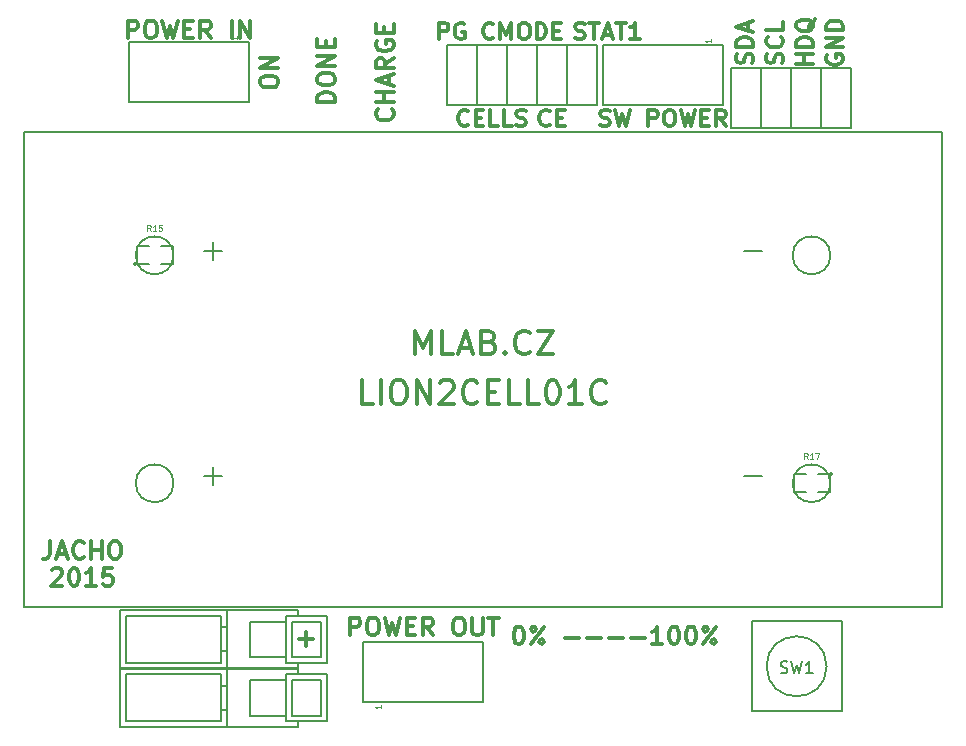
<source format=gbr>
G04 #@! TF.FileFunction,Legend,Top*
%FSLAX46Y46*%
G04 Gerber Fmt 4.6, Leading zero omitted, Abs format (unit mm)*
G04 Created by KiCad (PCBNEW (2015-05-13 BZR 5653)-product) date 2. 12. 2015 7:09:12*
%MOMM*%
G01*
G04 APERTURE LIST*
%ADD10C,0.300000*%
%ADD11C,0.200000*%
%ADD12C,0.150000*%
%ADD13C,0.127000*%
%ADD14C,0.050000*%
%ADD15C,0.109220*%
%ADD16C,0.203200*%
G04 APERTURE END LIST*
D10*
X4159572Y13759571D02*
X4231001Y13831000D01*
X4373858Y13902429D01*
X4731001Y13902429D01*
X4873858Y13831000D01*
X4945287Y13759571D01*
X5016715Y13616714D01*
X5016715Y13473857D01*
X4945287Y13259571D01*
X4088144Y12402429D01*
X5016715Y12402429D01*
X5945286Y13902429D02*
X6088143Y13902429D01*
X6231000Y13831000D01*
X6302429Y13759571D01*
X6373858Y13616714D01*
X6445286Y13331000D01*
X6445286Y12973857D01*
X6373858Y12688143D01*
X6302429Y12545286D01*
X6231000Y12473857D01*
X6088143Y12402429D01*
X5945286Y12402429D01*
X5802429Y12473857D01*
X5731000Y12545286D01*
X5659572Y12688143D01*
X5588143Y12973857D01*
X5588143Y13331000D01*
X5659572Y13616714D01*
X5731000Y13759571D01*
X5802429Y13831000D01*
X5945286Y13902429D01*
X7873857Y12402429D02*
X7016714Y12402429D01*
X7445286Y12402429D02*
X7445286Y13902429D01*
X7302429Y13688143D01*
X7159571Y13545286D01*
X7016714Y13473857D01*
X9231000Y13902429D02*
X8516714Y13902429D01*
X8445285Y13188143D01*
X8516714Y13259571D01*
X8659571Y13331000D01*
X9016714Y13331000D01*
X9159571Y13259571D01*
X9231000Y13188143D01*
X9302428Y13045286D01*
X9302428Y12688143D01*
X9231000Y12545286D01*
X9159571Y12473857D01*
X9016714Y12402429D01*
X8659571Y12402429D01*
X8516714Y12473857D01*
X8445285Y12545286D01*
X3981000Y16188429D02*
X3981000Y15117000D01*
X3909572Y14902714D01*
X3766715Y14759857D01*
X3552429Y14688429D01*
X3409572Y14688429D01*
X4623857Y15117000D02*
X5338143Y15117000D01*
X4481000Y14688429D02*
X4981000Y16188429D01*
X5481000Y14688429D01*
X6838143Y14831286D02*
X6766714Y14759857D01*
X6552428Y14688429D01*
X6409571Y14688429D01*
X6195286Y14759857D01*
X6052428Y14902714D01*
X5981000Y15045571D01*
X5909571Y15331286D01*
X5909571Y15545571D01*
X5981000Y15831286D01*
X6052428Y15974143D01*
X6195286Y16117000D01*
X6409571Y16188429D01*
X6552428Y16188429D01*
X6766714Y16117000D01*
X6838143Y16045571D01*
X7481000Y14688429D02*
X7481000Y16188429D01*
X7481000Y15474143D02*
X8338143Y15474143D01*
X8338143Y14688429D02*
X8338143Y16188429D01*
X9338143Y16188429D02*
X9623857Y16188429D01*
X9766715Y16117000D01*
X9909572Y15974143D01*
X9981000Y15688429D01*
X9981000Y15188429D01*
X9909572Y14902714D01*
X9766715Y14759857D01*
X9623857Y14688429D01*
X9338143Y14688429D01*
X9195286Y14759857D01*
X9052429Y14902714D01*
X8981000Y15188429D01*
X8981000Y15688429D01*
X9052429Y15974143D01*
X9195286Y16117000D01*
X9338143Y16188429D01*
X31306666Y27797238D02*
X30354285Y27797238D01*
X30354285Y29797238D01*
X31973333Y27797238D02*
X31973333Y29797238D01*
X33306667Y29797238D02*
X33687619Y29797238D01*
X33878095Y29702000D01*
X34068572Y29511524D01*
X34163810Y29130571D01*
X34163810Y28463905D01*
X34068572Y28082952D01*
X33878095Y27892476D01*
X33687619Y27797238D01*
X33306667Y27797238D01*
X33116191Y27892476D01*
X32925714Y28082952D01*
X32830476Y28463905D01*
X32830476Y29130571D01*
X32925714Y29511524D01*
X33116191Y29702000D01*
X33306667Y29797238D01*
X35020952Y27797238D02*
X35020952Y29797238D01*
X36163810Y27797238D01*
X36163810Y29797238D01*
X37020952Y29606762D02*
X37116190Y29702000D01*
X37306667Y29797238D01*
X37782857Y29797238D01*
X37973333Y29702000D01*
X38068571Y29606762D01*
X38163810Y29416286D01*
X38163810Y29225810D01*
X38068571Y28940095D01*
X36925714Y27797238D01*
X38163810Y27797238D01*
X40163810Y27987714D02*
X40068572Y27892476D01*
X39782857Y27797238D01*
X39592381Y27797238D01*
X39306667Y27892476D01*
X39116191Y28082952D01*
X39020952Y28273429D01*
X38925714Y28654381D01*
X38925714Y28940095D01*
X39020952Y29321048D01*
X39116191Y29511524D01*
X39306667Y29702000D01*
X39592381Y29797238D01*
X39782857Y29797238D01*
X40068572Y29702000D01*
X40163810Y29606762D01*
X41020952Y28844857D02*
X41687619Y28844857D01*
X41973333Y27797238D02*
X41020952Y27797238D01*
X41020952Y29797238D01*
X41973333Y29797238D01*
X43782857Y27797238D02*
X42830476Y27797238D01*
X42830476Y29797238D01*
X45401905Y27797238D02*
X44449524Y27797238D01*
X44449524Y29797238D01*
X46449525Y29797238D02*
X46640001Y29797238D01*
X46830477Y29702000D01*
X46925715Y29606762D01*
X47020953Y29416286D01*
X47116192Y29035333D01*
X47116192Y28559143D01*
X47020953Y28178190D01*
X46925715Y27987714D01*
X46830477Y27892476D01*
X46640001Y27797238D01*
X46449525Y27797238D01*
X46259049Y27892476D01*
X46163811Y27987714D01*
X46068572Y28178190D01*
X45973334Y28559143D01*
X45973334Y29035333D01*
X46068572Y29416286D01*
X46163811Y29606762D01*
X46259049Y29702000D01*
X46449525Y29797238D01*
X49020954Y27797238D02*
X47878096Y27797238D01*
X48449525Y27797238D02*
X48449525Y29797238D01*
X48259049Y29511524D01*
X48068573Y29321048D01*
X47878096Y29225810D01*
X51020954Y27987714D02*
X50925716Y27892476D01*
X50640001Y27797238D01*
X50449525Y27797238D01*
X50163811Y27892476D01*
X49973335Y28082952D01*
X49878096Y28273429D01*
X49782858Y28654381D01*
X49782858Y28940095D01*
X49878096Y29321048D01*
X49973335Y29511524D01*
X50163811Y29702000D01*
X50449525Y29797238D01*
X50640001Y29797238D01*
X50925716Y29702000D01*
X51020954Y29606762D01*
X34878095Y31988238D02*
X34878095Y33988238D01*
X35544762Y32559667D01*
X36211429Y33988238D01*
X36211429Y31988238D01*
X38116190Y31988238D02*
X37163809Y31988238D01*
X37163809Y33988238D01*
X38687619Y32559667D02*
X39640000Y32559667D01*
X38497143Y31988238D02*
X39163810Y33988238D01*
X39830477Y31988238D01*
X41163810Y33035857D02*
X41449524Y32940619D01*
X41544763Y32845381D01*
X41640001Y32654905D01*
X41640001Y32369190D01*
X41544763Y32178714D01*
X41449524Y32083476D01*
X41259048Y31988238D01*
X40497143Y31988238D01*
X40497143Y33988238D01*
X41163810Y33988238D01*
X41354286Y33893000D01*
X41449524Y33797762D01*
X41544763Y33607286D01*
X41544763Y33416810D01*
X41449524Y33226333D01*
X41354286Y33131095D01*
X41163810Y33035857D01*
X40497143Y33035857D01*
X42497143Y32178714D02*
X42592382Y32083476D01*
X42497143Y31988238D01*
X42401905Y32083476D01*
X42497143Y32178714D01*
X42497143Y31988238D01*
X44592382Y32178714D02*
X44497144Y32083476D01*
X44211429Y31988238D01*
X44020953Y31988238D01*
X43735239Y32083476D01*
X43544763Y32273952D01*
X43449524Y32464429D01*
X43354286Y32845381D01*
X43354286Y33131095D01*
X43449524Y33512048D01*
X43544763Y33702524D01*
X43735239Y33893000D01*
X44020953Y33988238D01*
X44211429Y33988238D01*
X44497144Y33893000D01*
X44592382Y33797762D01*
X45259048Y33988238D02*
X46592382Y33988238D01*
X45259048Y31988238D01*
X46592382Y31988238D01*
X48447667Y58742333D02*
X48647667Y58675667D01*
X48981000Y58675667D01*
X49114333Y58742333D01*
X49181000Y58809000D01*
X49247667Y58942333D01*
X49247667Y59075667D01*
X49181000Y59209000D01*
X49114333Y59275667D01*
X48981000Y59342333D01*
X48714333Y59409000D01*
X48581000Y59475667D01*
X48514333Y59542333D01*
X48447667Y59675667D01*
X48447667Y59809000D01*
X48514333Y59942333D01*
X48581000Y60009000D01*
X48714333Y60075667D01*
X49047667Y60075667D01*
X49247667Y60009000D01*
X49647666Y60075667D02*
X50447666Y60075667D01*
X50047666Y58675667D02*
X50047666Y60075667D01*
X50847667Y59075667D02*
X51514333Y59075667D01*
X50714333Y58675667D02*
X51181000Y60075667D01*
X51647667Y58675667D01*
X51914333Y60075667D02*
X52714333Y60075667D01*
X52314333Y58675667D02*
X52314333Y60075667D01*
X53914334Y58675667D02*
X53114334Y58675667D01*
X53514334Y58675667D02*
X53514334Y60075667D01*
X53381000Y59875667D01*
X53247667Y59742333D01*
X53114334Y59675667D01*
X46282000Y51443000D02*
X46215334Y51376333D01*
X46015334Y51309667D01*
X45882000Y51309667D01*
X45682000Y51376333D01*
X45548667Y51509667D01*
X45482000Y51643000D01*
X45415334Y51909667D01*
X45415334Y52109667D01*
X45482000Y52376333D01*
X45548667Y52509667D01*
X45682000Y52643000D01*
X45882000Y52709667D01*
X46015334Y52709667D01*
X46215334Y52643000D01*
X46282000Y52576333D01*
X46882000Y52043000D02*
X47348667Y52043000D01*
X47548667Y51309667D02*
X46882000Y51309667D01*
X46882000Y52709667D01*
X47548667Y52709667D01*
X41508666Y58809000D02*
X41442000Y58742333D01*
X41242000Y58675667D01*
X41108666Y58675667D01*
X40908666Y58742333D01*
X40775333Y58875667D01*
X40708666Y59009000D01*
X40642000Y59275667D01*
X40642000Y59475667D01*
X40708666Y59742333D01*
X40775333Y59875667D01*
X40908666Y60009000D01*
X41108666Y60075667D01*
X41242000Y60075667D01*
X41442000Y60009000D01*
X41508666Y59942333D01*
X42108666Y58675667D02*
X42108666Y60075667D01*
X42575333Y59075667D01*
X43042000Y60075667D01*
X43042000Y58675667D01*
X43975333Y60075667D02*
X44242000Y60075667D01*
X44375333Y60009000D01*
X44508666Y59875667D01*
X44575333Y59609000D01*
X44575333Y59142333D01*
X44508666Y58875667D01*
X44375333Y58742333D01*
X44242000Y58675667D01*
X43975333Y58675667D01*
X43842000Y58742333D01*
X43708666Y58875667D01*
X43642000Y59142333D01*
X43642000Y59609000D01*
X43708666Y59875667D01*
X43842000Y60009000D01*
X43975333Y60075667D01*
X45175333Y58675667D02*
X45175333Y60075667D01*
X45508667Y60075667D01*
X45708667Y60009000D01*
X45842000Y59875667D01*
X45908667Y59742333D01*
X45975333Y59475667D01*
X45975333Y59275667D01*
X45908667Y59009000D01*
X45842000Y58875667D01*
X45708667Y58742333D01*
X45508667Y58675667D01*
X45175333Y58675667D01*
X46575333Y59409000D02*
X47042000Y59409000D01*
X47242000Y58675667D02*
X46575333Y58675667D01*
X46575333Y60075667D01*
X47242000Y60075667D01*
X39402000Y51443000D02*
X39335334Y51376333D01*
X39135334Y51309667D01*
X39002000Y51309667D01*
X38802000Y51376333D01*
X38668667Y51509667D01*
X38602000Y51643000D01*
X38535334Y51909667D01*
X38535334Y52109667D01*
X38602000Y52376333D01*
X38668667Y52509667D01*
X38802000Y52643000D01*
X39002000Y52709667D01*
X39135334Y52709667D01*
X39335334Y52643000D01*
X39402000Y52576333D01*
X40002000Y52043000D02*
X40468667Y52043000D01*
X40668667Y51309667D02*
X40002000Y51309667D01*
X40002000Y52709667D01*
X40668667Y52709667D01*
X41935334Y51309667D02*
X41268667Y51309667D01*
X41268667Y52709667D01*
X43068667Y51309667D02*
X42402000Y51309667D01*
X42402000Y52709667D01*
X43468667Y51376333D02*
X43668667Y51309667D01*
X44002000Y51309667D01*
X44135333Y51376333D01*
X44202000Y51443000D01*
X44268667Y51576333D01*
X44268667Y51709667D01*
X44202000Y51843000D01*
X44135333Y51909667D01*
X44002000Y51976333D01*
X43735333Y52043000D01*
X43602000Y52109667D01*
X43535333Y52176333D01*
X43468667Y52309667D01*
X43468667Y52443000D01*
X43535333Y52576333D01*
X43602000Y52643000D01*
X43735333Y52709667D01*
X44068667Y52709667D01*
X44268667Y52643000D01*
X36906333Y58675667D02*
X36906333Y60075667D01*
X37439667Y60075667D01*
X37573000Y60009000D01*
X37639667Y59942333D01*
X37706333Y59809000D01*
X37706333Y59609000D01*
X37639667Y59475667D01*
X37573000Y59409000D01*
X37439667Y59342333D01*
X36906333Y59342333D01*
X39039667Y60009000D02*
X38906333Y60075667D01*
X38706333Y60075667D01*
X38506333Y60009000D01*
X38373000Y59875667D01*
X38306333Y59742333D01*
X38239667Y59475667D01*
X38239667Y59275667D01*
X38306333Y59009000D01*
X38373000Y58875667D01*
X38506333Y58742333D01*
X38706333Y58675667D01*
X38839667Y58675667D01*
X39039667Y58742333D01*
X39106333Y58809000D01*
X39106333Y59275667D01*
X38839667Y59275667D01*
X50580000Y51376333D02*
X50780000Y51309667D01*
X51113333Y51309667D01*
X51246666Y51376333D01*
X51313333Y51443000D01*
X51380000Y51576333D01*
X51380000Y51709667D01*
X51313333Y51843000D01*
X51246666Y51909667D01*
X51113333Y51976333D01*
X50846666Y52043000D01*
X50713333Y52109667D01*
X50646666Y52176333D01*
X50580000Y52309667D01*
X50580000Y52443000D01*
X50646666Y52576333D01*
X50713333Y52643000D01*
X50846666Y52709667D01*
X51180000Y52709667D01*
X51380000Y52643000D01*
X51846666Y52709667D02*
X52179999Y51309667D01*
X52446666Y52309667D01*
X52713333Y51309667D01*
X53046666Y52709667D01*
X54646666Y51309667D02*
X54646666Y52709667D01*
X55180000Y52709667D01*
X55313333Y52643000D01*
X55380000Y52576333D01*
X55446666Y52443000D01*
X55446666Y52243000D01*
X55380000Y52109667D01*
X55313333Y52043000D01*
X55180000Y51976333D01*
X54646666Y51976333D01*
X56313333Y52709667D02*
X56580000Y52709667D01*
X56713333Y52643000D01*
X56846666Y52509667D01*
X56913333Y52243000D01*
X56913333Y51776333D01*
X56846666Y51509667D01*
X56713333Y51376333D01*
X56580000Y51309667D01*
X56313333Y51309667D01*
X56180000Y51376333D01*
X56046666Y51509667D01*
X55980000Y51776333D01*
X55980000Y52243000D01*
X56046666Y52509667D01*
X56180000Y52643000D01*
X56313333Y52709667D01*
X57380000Y52709667D02*
X57713333Y51309667D01*
X57980000Y52309667D01*
X58246667Y51309667D01*
X58580000Y52709667D01*
X59113333Y52043000D02*
X59580000Y52043000D01*
X59780000Y51309667D02*
X59113333Y51309667D01*
X59113333Y52709667D01*
X59780000Y52709667D01*
X61180000Y51309667D02*
X60713334Y51976333D01*
X60380000Y51309667D02*
X60380000Y52709667D01*
X60913334Y52709667D01*
X61046667Y52643000D01*
X61113334Y52576333D01*
X61180000Y52443000D01*
X61180000Y52243000D01*
X61113334Y52109667D01*
X61046667Y52043000D01*
X60913334Y51976333D01*
X60380000Y51976333D01*
X63431667Y56654667D02*
X63498333Y56854667D01*
X63498333Y57188000D01*
X63431667Y57321333D01*
X63365000Y57388000D01*
X63231667Y57454667D01*
X63098333Y57454667D01*
X62965000Y57388000D01*
X62898333Y57321333D01*
X62831667Y57188000D01*
X62765000Y56921333D01*
X62698333Y56788000D01*
X62631667Y56721333D01*
X62498333Y56654667D01*
X62365000Y56654667D01*
X62231667Y56721333D01*
X62165000Y56788000D01*
X62098333Y56921333D01*
X62098333Y57254667D01*
X62165000Y57454667D01*
X63498333Y58054666D02*
X62098333Y58054666D01*
X62098333Y58388000D01*
X62165000Y58588000D01*
X62298333Y58721333D01*
X62431667Y58788000D01*
X62698333Y58854666D01*
X62898333Y58854666D01*
X63165000Y58788000D01*
X63298333Y58721333D01*
X63431667Y58588000D01*
X63498333Y58388000D01*
X63498333Y58054666D01*
X63098333Y59388000D02*
X63098333Y60054666D01*
X63498333Y59254666D02*
X62098333Y59721333D01*
X63498333Y60188000D01*
X69785000Y57327667D02*
X69718333Y57194333D01*
X69718333Y56994333D01*
X69785000Y56794333D01*
X69918333Y56661000D01*
X70051667Y56594333D01*
X70318333Y56527667D01*
X70518333Y56527667D01*
X70785000Y56594333D01*
X70918333Y56661000D01*
X71051667Y56794333D01*
X71118333Y56994333D01*
X71118333Y57127667D01*
X71051667Y57327667D01*
X70985000Y57394333D01*
X70518333Y57394333D01*
X70518333Y57127667D01*
X71118333Y57994333D02*
X69718333Y57994333D01*
X71118333Y58794333D01*
X69718333Y58794333D01*
X71118333Y59461000D02*
X69718333Y59461000D01*
X69718333Y59794334D01*
X69785000Y59994334D01*
X69918333Y60127667D01*
X70051667Y60194334D01*
X70318333Y60261000D01*
X70518333Y60261000D01*
X70785000Y60194334D01*
X70918333Y60127667D01*
X71051667Y59994334D01*
X71118333Y59794334D01*
X71118333Y59461000D01*
X68578333Y56594333D02*
X67178333Y56594333D01*
X67845000Y56594333D02*
X67845000Y57394333D01*
X68578333Y57394333D02*
X67178333Y57394333D01*
X68578333Y58061000D02*
X67178333Y58061000D01*
X67178333Y58394334D01*
X67245000Y58594334D01*
X67378333Y58727667D01*
X67511667Y58794334D01*
X67778333Y58861000D01*
X67978333Y58861000D01*
X68245000Y58794334D01*
X68378333Y58727667D01*
X68511667Y58594334D01*
X68578333Y58394334D01*
X68578333Y58061000D01*
X68711667Y60394334D02*
X68645000Y60261000D01*
X68511667Y60127667D01*
X68311667Y59927667D01*
X68245000Y59794334D01*
X68245000Y59661000D01*
X68578333Y59727667D02*
X68511667Y59594334D01*
X68378333Y59461000D01*
X68111667Y59394334D01*
X67645000Y59394334D01*
X67378333Y59461000D01*
X67245000Y59594334D01*
X67178333Y59727667D01*
X67178333Y59994334D01*
X67245000Y60127667D01*
X67378333Y60261000D01*
X67645000Y60327667D01*
X68111667Y60327667D01*
X68378333Y60261000D01*
X68511667Y60127667D01*
X68578333Y59994334D01*
X68578333Y59727667D01*
X65971667Y56654667D02*
X66038333Y56854667D01*
X66038333Y57188000D01*
X65971667Y57321333D01*
X65905000Y57388000D01*
X65771667Y57454667D01*
X65638333Y57454667D01*
X65505000Y57388000D01*
X65438333Y57321333D01*
X65371667Y57188000D01*
X65305000Y56921333D01*
X65238333Y56788000D01*
X65171667Y56721333D01*
X65038333Y56654667D01*
X64905000Y56654667D01*
X64771667Y56721333D01*
X64705000Y56788000D01*
X64638333Y56921333D01*
X64638333Y57254667D01*
X64705000Y57454667D01*
X65905000Y58854666D02*
X65971667Y58788000D01*
X66038333Y58588000D01*
X66038333Y58454666D01*
X65971667Y58254666D01*
X65838333Y58121333D01*
X65705000Y58054666D01*
X65438333Y57988000D01*
X65238333Y57988000D01*
X64971667Y58054666D01*
X64838333Y58121333D01*
X64705000Y58254666D01*
X64638333Y58454666D01*
X64638333Y58588000D01*
X64705000Y58788000D01*
X64771667Y58854666D01*
X66038333Y60121333D02*
X66038333Y59454666D01*
X64638333Y59454666D01*
X10569428Y58757429D02*
X10569428Y60257429D01*
X11140856Y60257429D01*
X11283714Y60186000D01*
X11355142Y60114571D01*
X11426571Y59971714D01*
X11426571Y59757429D01*
X11355142Y59614571D01*
X11283714Y59543143D01*
X11140856Y59471714D01*
X10569428Y59471714D01*
X12355142Y60257429D02*
X12640856Y60257429D01*
X12783714Y60186000D01*
X12926571Y60043143D01*
X12997999Y59757429D01*
X12997999Y59257429D01*
X12926571Y58971714D01*
X12783714Y58828857D01*
X12640856Y58757429D01*
X12355142Y58757429D01*
X12212285Y58828857D01*
X12069428Y58971714D01*
X11997999Y59257429D01*
X11997999Y59757429D01*
X12069428Y60043143D01*
X12212285Y60186000D01*
X12355142Y60257429D01*
X13498000Y60257429D02*
X13855143Y58757429D01*
X14140857Y59828857D01*
X14426571Y58757429D01*
X14783714Y60257429D01*
X15355143Y59543143D02*
X15855143Y59543143D01*
X16069429Y58757429D02*
X15355143Y58757429D01*
X15355143Y60257429D01*
X16069429Y60257429D01*
X17569429Y58757429D02*
X17069429Y59471714D01*
X16712286Y58757429D02*
X16712286Y60257429D01*
X17283714Y60257429D01*
X17426572Y60186000D01*
X17498000Y60114571D01*
X17569429Y59971714D01*
X17569429Y59757429D01*
X17498000Y59614571D01*
X17426572Y59543143D01*
X17283714Y59471714D01*
X16712286Y59471714D01*
X19355143Y58757429D02*
X19355143Y60257429D01*
X20069429Y58757429D02*
X20069429Y60257429D01*
X20926572Y58757429D01*
X20926572Y60257429D01*
X29381428Y8211429D02*
X29381428Y9711429D01*
X29952856Y9711429D01*
X30095714Y9640000D01*
X30167142Y9568571D01*
X30238571Y9425714D01*
X30238571Y9211429D01*
X30167142Y9068571D01*
X30095714Y8997143D01*
X29952856Y8925714D01*
X29381428Y8925714D01*
X31167142Y9711429D02*
X31452856Y9711429D01*
X31595714Y9640000D01*
X31738571Y9497143D01*
X31809999Y9211429D01*
X31809999Y8711429D01*
X31738571Y8425714D01*
X31595714Y8282857D01*
X31452856Y8211429D01*
X31167142Y8211429D01*
X31024285Y8282857D01*
X30881428Y8425714D01*
X30809999Y8711429D01*
X30809999Y9211429D01*
X30881428Y9497143D01*
X31024285Y9640000D01*
X31167142Y9711429D01*
X32310000Y9711429D02*
X32667143Y8211429D01*
X32952857Y9282857D01*
X33238571Y8211429D01*
X33595714Y9711429D01*
X34167143Y8997143D02*
X34667143Y8997143D01*
X34881429Y8211429D02*
X34167143Y8211429D01*
X34167143Y9711429D01*
X34881429Y9711429D01*
X36381429Y8211429D02*
X35881429Y8925714D01*
X35524286Y8211429D02*
X35524286Y9711429D01*
X36095714Y9711429D01*
X36238572Y9640000D01*
X36310000Y9568571D01*
X36381429Y9425714D01*
X36381429Y9211429D01*
X36310000Y9068571D01*
X36238572Y8997143D01*
X36095714Y8925714D01*
X35524286Y8925714D01*
X38452857Y9711429D02*
X38738571Y9711429D01*
X38881429Y9640000D01*
X39024286Y9497143D01*
X39095714Y9211429D01*
X39095714Y8711429D01*
X39024286Y8425714D01*
X38881429Y8282857D01*
X38738571Y8211429D01*
X38452857Y8211429D01*
X38310000Y8282857D01*
X38167143Y8425714D01*
X38095714Y8711429D01*
X38095714Y9211429D01*
X38167143Y9497143D01*
X38310000Y9640000D01*
X38452857Y9711429D01*
X39738572Y9711429D02*
X39738572Y8497143D01*
X39810000Y8354286D01*
X39881429Y8282857D01*
X40024286Y8211429D01*
X40310000Y8211429D01*
X40452858Y8282857D01*
X40524286Y8354286D01*
X40595715Y8497143D01*
X40595715Y9711429D01*
X41095715Y9711429D02*
X41952858Y9711429D01*
X41524287Y8211429D02*
X41524287Y9711429D01*
X25082572Y7893857D02*
X26225429Y7893857D01*
X25654000Y7322429D02*
X25654000Y8465286D01*
X43601715Y8949429D02*
X43744572Y8949429D01*
X43887429Y8878000D01*
X43958858Y8806571D01*
X44030287Y8663714D01*
X44101715Y8378000D01*
X44101715Y8020857D01*
X44030287Y7735143D01*
X43958858Y7592286D01*
X43887429Y7520857D01*
X43744572Y7449429D01*
X43601715Y7449429D01*
X43458858Y7520857D01*
X43387429Y7592286D01*
X43316001Y7735143D01*
X43244572Y8020857D01*
X43244572Y8378000D01*
X43316001Y8663714D01*
X43387429Y8806571D01*
X43458858Y8878000D01*
X43601715Y8949429D01*
X44673143Y7449429D02*
X45816000Y8949429D01*
X44887429Y8949429D02*
X45030286Y8878000D01*
X45101715Y8735143D01*
X45030286Y8592286D01*
X44887429Y8520857D01*
X44744572Y8592286D01*
X44673143Y8735143D01*
X44744572Y8878000D01*
X44887429Y8949429D01*
X45744572Y7520857D02*
X45816000Y7663714D01*
X45744572Y7806571D01*
X45601715Y7878000D01*
X45458858Y7806571D01*
X45387429Y7663714D01*
X45458858Y7520857D01*
X45601715Y7449429D01*
X45744572Y7520857D01*
X47601715Y8020857D02*
X48744572Y8020857D01*
X49458858Y8020857D02*
X50601715Y8020857D01*
X51316001Y8020857D02*
X52458858Y8020857D01*
X53173144Y8020857D02*
X54316001Y8020857D01*
X55816001Y7449429D02*
X54958858Y7449429D01*
X55387430Y7449429D02*
X55387430Y8949429D01*
X55244573Y8735143D01*
X55101715Y8592286D01*
X54958858Y8520857D01*
X56744572Y8949429D02*
X56887429Y8949429D01*
X57030286Y8878000D01*
X57101715Y8806571D01*
X57173144Y8663714D01*
X57244572Y8378000D01*
X57244572Y8020857D01*
X57173144Y7735143D01*
X57101715Y7592286D01*
X57030286Y7520857D01*
X56887429Y7449429D01*
X56744572Y7449429D01*
X56601715Y7520857D01*
X56530286Y7592286D01*
X56458858Y7735143D01*
X56387429Y8020857D01*
X56387429Y8378000D01*
X56458858Y8663714D01*
X56530286Y8806571D01*
X56601715Y8878000D01*
X56744572Y8949429D01*
X58173143Y8949429D02*
X58316000Y8949429D01*
X58458857Y8878000D01*
X58530286Y8806571D01*
X58601715Y8663714D01*
X58673143Y8378000D01*
X58673143Y8020857D01*
X58601715Y7735143D01*
X58530286Y7592286D01*
X58458857Y7520857D01*
X58316000Y7449429D01*
X58173143Y7449429D01*
X58030286Y7520857D01*
X57958857Y7592286D01*
X57887429Y7735143D01*
X57816000Y8020857D01*
X57816000Y8378000D01*
X57887429Y8663714D01*
X57958857Y8806571D01*
X58030286Y8878000D01*
X58173143Y8949429D01*
X59244571Y7449429D02*
X60387428Y8949429D01*
X59458857Y8949429D02*
X59601714Y8878000D01*
X59673143Y8735143D01*
X59601714Y8592286D01*
X59458857Y8520857D01*
X59316000Y8592286D01*
X59244571Y8735143D01*
X59316000Y8878000D01*
X59458857Y8949429D01*
X60316000Y7520857D02*
X60387428Y7663714D01*
X60316000Y7806571D01*
X60173143Y7878000D01*
X60030286Y7806571D01*
X59958857Y7663714D01*
X60030286Y7520857D01*
X60173143Y7449429D01*
X60316000Y7520857D01*
X32920714Y52737143D02*
X32992143Y52665714D01*
X33063571Y52451428D01*
X33063571Y52308571D01*
X32992143Y52094286D01*
X32849286Y51951428D01*
X32706429Y51880000D01*
X32420714Y51808571D01*
X32206429Y51808571D01*
X31920714Y51880000D01*
X31777857Y51951428D01*
X31635000Y52094286D01*
X31563571Y52308571D01*
X31563571Y52451428D01*
X31635000Y52665714D01*
X31706429Y52737143D01*
X33063571Y53380000D02*
X31563571Y53380000D01*
X32277857Y53380000D02*
X32277857Y54237143D01*
X33063571Y54237143D02*
X31563571Y54237143D01*
X32635000Y54880000D02*
X32635000Y55594286D01*
X33063571Y54737143D02*
X31563571Y55237143D01*
X33063571Y55737143D01*
X33063571Y57094286D02*
X32349286Y56594286D01*
X33063571Y56237143D02*
X31563571Y56237143D01*
X31563571Y56808571D01*
X31635000Y56951429D01*
X31706429Y57022857D01*
X31849286Y57094286D01*
X32063571Y57094286D01*
X32206429Y57022857D01*
X32277857Y56951429D01*
X32349286Y56808571D01*
X32349286Y56237143D01*
X31635000Y58522857D02*
X31563571Y58380000D01*
X31563571Y58165714D01*
X31635000Y57951429D01*
X31777857Y57808571D01*
X31920714Y57737143D01*
X32206429Y57665714D01*
X32420714Y57665714D01*
X32706429Y57737143D01*
X32849286Y57808571D01*
X32992143Y57951429D01*
X33063571Y58165714D01*
X33063571Y58308571D01*
X32992143Y58522857D01*
X32920714Y58594286D01*
X32420714Y58594286D01*
X32420714Y58308571D01*
X32277857Y59237143D02*
X32277857Y59737143D01*
X33063571Y59951429D02*
X33063571Y59237143D01*
X31563571Y59237143D01*
X31563571Y59951429D01*
X28110571Y53364143D02*
X26610571Y53364143D01*
X26610571Y53721286D01*
X26682000Y53935571D01*
X26824857Y54078429D01*
X26967714Y54149857D01*
X27253429Y54221286D01*
X27467714Y54221286D01*
X27753429Y54149857D01*
X27896286Y54078429D01*
X28039143Y53935571D01*
X28110571Y53721286D01*
X28110571Y53364143D01*
X26610571Y55149857D02*
X26610571Y55435571D01*
X26682000Y55578429D01*
X26824857Y55721286D01*
X27110571Y55792714D01*
X27610571Y55792714D01*
X27896286Y55721286D01*
X28039143Y55578429D01*
X28110571Y55435571D01*
X28110571Y55149857D01*
X28039143Y55007000D01*
X27896286Y54864143D01*
X27610571Y54792714D01*
X27110571Y54792714D01*
X26824857Y54864143D01*
X26682000Y55007000D01*
X26610571Y55149857D01*
X28110571Y56435572D02*
X26610571Y56435572D01*
X28110571Y57292715D01*
X26610571Y57292715D01*
X27324857Y58007001D02*
X27324857Y58507001D01*
X28110571Y58721287D02*
X28110571Y58007001D01*
X26610571Y58007001D01*
X26610571Y58721287D01*
X21784571Y54951428D02*
X21784571Y55237142D01*
X21856000Y55380000D01*
X21998857Y55522857D01*
X22284571Y55594285D01*
X22784571Y55594285D01*
X23070286Y55522857D01*
X23213143Y55380000D01*
X23284571Y55237142D01*
X23284571Y54951428D01*
X23213143Y54808571D01*
X23070286Y54665714D01*
X22784571Y54594285D01*
X22284571Y54594285D01*
X21998857Y54665714D01*
X21856000Y54808571D01*
X21784571Y54951428D01*
X23284571Y56237143D02*
X21784571Y56237143D01*
X23284571Y57094286D01*
X21784571Y57094286D01*
D11*
X1790000Y50839000D02*
X1790000Y10629000D01*
X1790000Y10629000D02*
X79490000Y10629000D01*
X79490000Y10629000D02*
X79490000Y50839000D01*
X79490000Y50839000D02*
X1790000Y50839000D01*
D12*
X70050000Y40384000D02*
G75*
G03X70050000Y40384000I-1600000J0D01*
G01*
X70050000Y21084000D02*
G75*
G03X70050000Y21084000I-1600000J0D01*
G01*
X14430000Y21084000D02*
G75*
G03X14430000Y21084000I-1600000J0D01*
G01*
X14430000Y40384000D02*
G75*
G03X14430000Y40384000I-1600000J0D01*
G01*
X20828000Y58420000D02*
X20828000Y53340000D01*
X20828000Y53340000D02*
X10668000Y53340000D01*
X10668000Y53340000D02*
X10668000Y58420000D01*
X10668000Y58420000D02*
X20828000Y58420000D01*
X47752000Y58166000D02*
X50292000Y58166000D01*
X50292000Y58166000D02*
X50292000Y53086000D01*
X50292000Y53086000D02*
X47752000Y53086000D01*
X47752000Y53086000D02*
X47752000Y58166000D01*
X40132000Y53086000D02*
X37592000Y53086000D01*
X37592000Y53086000D02*
X37592000Y58166000D01*
X37592000Y58166000D02*
X40132000Y58166000D01*
X40132000Y58166000D02*
X40132000Y53086000D01*
X42672000Y58166000D02*
X45212000Y58166000D01*
X45212000Y58166000D02*
X45212000Y53086000D01*
X45212000Y53086000D02*
X42672000Y53086000D01*
X42672000Y53086000D02*
X42672000Y58166000D01*
X45212000Y58166000D02*
X47752000Y58166000D01*
X47752000Y58166000D02*
X47752000Y53086000D01*
X47752000Y53086000D02*
X45212000Y53086000D01*
X45212000Y53086000D02*
X45212000Y58166000D01*
X40132000Y58166000D02*
X42672000Y58166000D01*
X42672000Y58166000D02*
X42672000Y53086000D01*
X42672000Y53086000D02*
X40132000Y53086000D01*
X40132000Y53086000D02*
X40132000Y58166000D01*
X30480000Y2540000D02*
X30480000Y7620000D01*
X30480000Y7620000D02*
X40640000Y7620000D01*
X40640000Y7620000D02*
X40640000Y2540000D01*
X40640000Y2540000D02*
X30480000Y2540000D01*
X24939000Y5374000D02*
X24939000Y5874000D01*
X24939000Y9874000D02*
X24939000Y10374000D01*
X18939000Y5373900D02*
X18939000Y10374100D01*
X9939000Y5373900D02*
X9939000Y10374100D01*
X26939000Y6373000D02*
X26939000Y9375000D01*
X24439100Y6373000D02*
X24439100Y9375000D01*
X27439100Y9874000D02*
X27439100Y5874000D01*
X23939000Y9874000D02*
X23939000Y5874000D01*
X20939000Y6373900D02*
X20939000Y9374100D01*
X18438900Y9874000D02*
X18438900Y5874000D01*
X10438900Y5874000D02*
X10438900Y9874000D01*
X18438900Y6874000D02*
X18939000Y6874000D01*
X24439100Y6374000D02*
X26939000Y6374000D01*
X23939000Y5874000D02*
X27439100Y5874000D01*
X18438900Y8874000D02*
X18939000Y8874000D01*
X24439100Y9374000D02*
X26939000Y9374000D01*
X23939000Y9874000D02*
X27440000Y9874000D01*
X20939000Y6374000D02*
X23939000Y6374000D01*
X10438900Y5874000D02*
X18438900Y5874000D01*
X18939000Y5374000D02*
X24939000Y5374000D01*
X20939000Y9374000D02*
X23939000Y9374000D01*
X10438900Y9874000D02*
X18438900Y9874000D01*
X18939000Y10374000D02*
X24939000Y10374000D01*
X18939000Y5374000D02*
X9939000Y5374000D01*
X9939000Y10374000D02*
X18939000Y10374000D01*
X24939000Y421000D02*
X24939000Y921000D01*
X24939000Y4921000D02*
X24939000Y5421000D01*
X18939000Y420900D02*
X18939000Y5421100D01*
X9939000Y420900D02*
X9939000Y5421100D01*
X26939000Y1420000D02*
X26939000Y4422000D01*
X24439100Y1420000D02*
X24439100Y4422000D01*
X27439100Y4921000D02*
X27439100Y921000D01*
X23939000Y4921000D02*
X23939000Y921000D01*
X20939000Y1420900D02*
X20939000Y4421100D01*
X18438900Y4921000D02*
X18438900Y921000D01*
X10438900Y921000D02*
X10438900Y4921000D01*
X18438900Y1921000D02*
X18939000Y1921000D01*
X24439100Y1421000D02*
X26939000Y1421000D01*
X23939000Y921000D02*
X27439100Y921000D01*
X18438900Y3921000D02*
X18939000Y3921000D01*
X24439100Y4421000D02*
X26939000Y4421000D01*
X23939000Y4921000D02*
X27440000Y4921000D01*
X20939000Y1421000D02*
X23939000Y1421000D01*
X10438900Y921000D02*
X18438900Y921000D01*
X18939000Y421000D02*
X24939000Y421000D01*
X20939000Y4421000D02*
X23939000Y4421000D01*
X10438900Y4921000D02*
X18438900Y4921000D01*
X18939000Y5421000D02*
X24939000Y5421000D01*
X18939000Y421000D02*
X9939000Y421000D01*
X9939000Y5421000D02*
X18939000Y5421000D01*
X61595000Y56261000D02*
X64135000Y56261000D01*
X64135000Y56261000D02*
X64135000Y51181000D01*
X64135000Y51181000D02*
X61595000Y51181000D01*
X61595000Y51181000D02*
X61595000Y56261000D01*
X64135000Y56261000D02*
X66675000Y56261000D01*
X66675000Y56261000D02*
X66675000Y51181000D01*
X66675000Y51181000D02*
X64135000Y51181000D01*
X64135000Y51181000D02*
X64135000Y56261000D01*
X66675000Y56261000D02*
X69215000Y56261000D01*
X69215000Y56261000D02*
X69215000Y51181000D01*
X69215000Y51181000D02*
X66675000Y51181000D01*
X66675000Y51181000D02*
X66675000Y56261000D01*
X60960000Y58166000D02*
X60960000Y53086000D01*
X60960000Y53086000D02*
X50800000Y53086000D01*
X50800000Y53086000D02*
X50800000Y58166000D01*
X50800000Y58166000D02*
X60960000Y58166000D01*
X11303000Y39624000D02*
G75*
G03X11303000Y39624000I-127000J0D01*
G01*
X12319000Y39624000D02*
X11303000Y39624000D01*
X11303000Y39624000D02*
X11303000Y41148000D01*
X11303000Y41148000D02*
X12319000Y41148000D01*
X13335000Y41148000D02*
X14351000Y41148000D01*
X14351000Y41148000D02*
X14351000Y39624000D01*
X14351000Y39624000D02*
X13335000Y39624000D01*
X70231000Y21844000D02*
G75*
G03X70231000Y21844000I-127000J0D01*
G01*
X68961000Y21844000D02*
X69977000Y21844000D01*
X69977000Y21844000D02*
X69977000Y20320000D01*
X69977000Y20320000D02*
X68961000Y20320000D01*
X67945000Y20320000D02*
X66929000Y20320000D01*
X66929000Y20320000D02*
X66929000Y21844000D01*
X66929000Y21844000D02*
X67945000Y21844000D01*
D13*
X69723000Y5588000D02*
G75*
G03X69723000Y5588000I-2540000J0D01*
G01*
X63373000Y9398000D02*
X70993000Y9398000D01*
X70993000Y9398000D02*
X70993000Y1778000D01*
X70993000Y1778000D02*
X63373000Y1778000D01*
X63373000Y9398000D02*
X63373000Y1778000D01*
D12*
X69215000Y56261000D02*
X71755000Y56261000D01*
X71755000Y56261000D02*
X71755000Y51181000D01*
X71755000Y51181000D02*
X69215000Y51181000D01*
X69215000Y51181000D02*
X69215000Y56261000D01*
D11*
X62738095Y21701143D02*
X64261905Y21701143D01*
X62738095Y40751143D02*
X64261905Y40751143D01*
X17018095Y21701143D02*
X18541905Y21701143D01*
X17780000Y20939238D02*
X17780000Y22463048D01*
X17018095Y40751143D02*
X18541905Y40751143D01*
X17780000Y39989238D02*
X17780000Y41513048D01*
D14*
X19784190Y58943857D02*
X19784190Y58658143D01*
X19784190Y58801000D02*
X19284190Y58801000D01*
X19355619Y58753381D01*
X19403238Y58705762D01*
X19427048Y58658143D01*
X31976190Y2301857D02*
X31976190Y2016143D01*
X31976190Y2159000D02*
X31476190Y2159000D01*
X31547619Y2111381D01*
X31595238Y2063762D01*
X31619048Y2016143D01*
X59916190Y58689857D02*
X59916190Y58404143D01*
X59916190Y58547000D02*
X59416190Y58547000D01*
X59487619Y58499381D01*
X59535238Y58451762D01*
X59559048Y58404143D01*
D15*
X12505328Y42445638D02*
X12338534Y42683914D01*
X12219396Y42445638D02*
X12219396Y42946018D01*
X12410017Y42946018D01*
X12457672Y42922190D01*
X12481500Y42898362D01*
X12505328Y42850707D01*
X12505328Y42779224D01*
X12481500Y42731569D01*
X12457672Y42707741D01*
X12410017Y42683914D01*
X12219396Y42683914D01*
X12981880Y42445638D02*
X12695948Y42445638D01*
X12838914Y42445638D02*
X12838914Y42946018D01*
X12791259Y42874535D01*
X12743604Y42826880D01*
X12695948Y42803052D01*
X13434604Y42946018D02*
X13196328Y42946018D01*
X13172500Y42707741D01*
X13196328Y42731569D01*
X13243983Y42755397D01*
X13363121Y42755397D01*
X13410777Y42731569D01*
X13434604Y42707741D01*
X13458432Y42660086D01*
X13458432Y42540948D01*
X13434604Y42493293D01*
X13410777Y42469465D01*
X13363121Y42445638D01*
X13243983Y42445638D01*
X13196328Y42469465D01*
X13172500Y42493293D01*
X68131328Y23141638D02*
X67964534Y23379914D01*
X67845396Y23141638D02*
X67845396Y23642018D01*
X68036017Y23642018D01*
X68083672Y23618190D01*
X68107500Y23594362D01*
X68131328Y23546707D01*
X68131328Y23475224D01*
X68107500Y23427569D01*
X68083672Y23403741D01*
X68036017Y23379914D01*
X67845396Y23379914D01*
X68607880Y23141638D02*
X68321948Y23141638D01*
X68464914Y23141638D02*
X68464914Y23642018D01*
X68417259Y23570535D01*
X68369604Y23522880D01*
X68321948Y23499052D01*
X68774673Y23642018D02*
X69108260Y23642018D01*
X68893811Y23141638D01*
D16*
X65828334Y5049762D02*
X65973477Y5001381D01*
X66215381Y5001381D01*
X66312143Y5049762D01*
X66360524Y5098143D01*
X66408905Y5194905D01*
X66408905Y5291667D01*
X66360524Y5388429D01*
X66312143Y5436810D01*
X66215381Y5485190D01*
X66021858Y5533571D01*
X65925096Y5581952D01*
X65876715Y5630333D01*
X65828334Y5727095D01*
X65828334Y5823857D01*
X65876715Y5920619D01*
X65925096Y5969000D01*
X66021858Y6017381D01*
X66263762Y6017381D01*
X66408905Y5969000D01*
X66747572Y6017381D02*
X66989477Y5001381D01*
X67183000Y5727095D01*
X67376524Y5001381D01*
X67618429Y6017381D01*
X68537667Y5001381D02*
X67957096Y5001381D01*
X68247382Y5001381D02*
X68247382Y6017381D01*
X68150620Y5872238D01*
X68053858Y5775476D01*
X67957096Y5727095D01*
M02*

</source>
